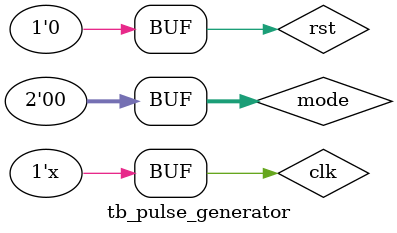
<source format=v>
`timescale 1ns / 1ps

module tb_pulse_generator();
	reg clk;
	reg rst;
	reg [1:0] mode;
    wire pwm;

	// Instantiate the Unit Under Test (UUT)
	pulse_generator uut (
        .clk(clk), 
		.rst(rst), 
		.mode(mode), 
		.pwm(pwm)
	);

	initial begin
		clk = 0;
		rst = 0;
		mode = 0;
		// Wait 100 ns for global reset to finish
		#10;
        mode=1;
        rst=0;
        #300
        mode = 2;
        rst=0;
        #300
        mode=3;
        rst=0;
        #300
        mode=0;
        rst=1;
        #10
        mode=0;
        rst=0;  
	end
always #1 clk=~clk;
    
    
    
endmodule

</source>
